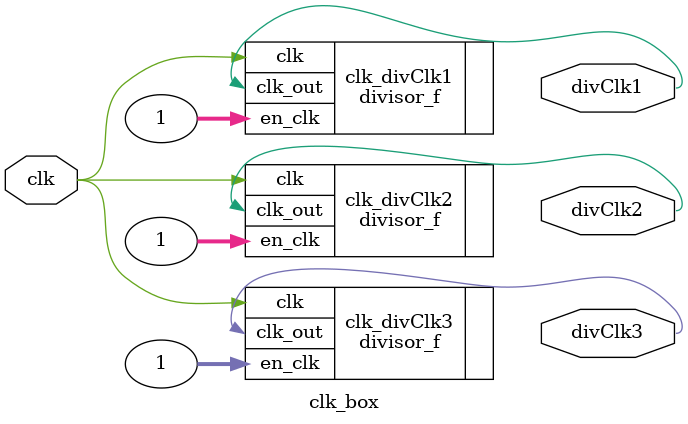
<source format=v>
`timescale 1ns / 1ps

module clk_box(
    clk,
    divClk1,
    divClk2,
    divClk3
    );
    
// Entradas 
input wire clk;

// Salidas
output wire divClk1;
output wire divClk2;
output wire divClk3;

// Parámetros 
parameter RATE1 = 3; 
parameter RATE2 = 3; 
parameter RATE3 = 3; 

divisor_f #(RATE1)clk_divClk1(  //20MHz
//Entradas
    .clk(clk),
    .en_clk(1),
    //Salida
    .clk_out(divClk1)               
);


divisor_f #(RATE2)clk_divClk2(  //20MHz
//Entradas
    .clk(clk),
    .en_clk(1),
    //Salida
    .clk_out(divClk2)               
); 


divisor_f #(RATE3)clk_divClk3(  //20MHz
//Entradas
    .clk(clk),
    .en_clk(1),
    //Salida
    .clk_out(divClk3)               
);
    
endmodule


</source>
